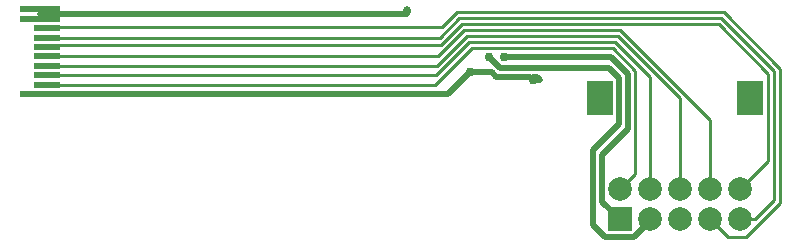
<source format=gbl>
%FSAX25Y25*%
%MOIN*%
G70*
G01*
G75*
G04 Layer_Physical_Order=2*
G04 Layer_Color=16711680*
%ADD10R,0.13780X0.02362*%
%ADD11R,0.10236X0.02362*%
%ADD12R,0.08661X0.02362*%
%ADD13R,0.03543X0.07874*%
%ADD14C,0.02000*%
%ADD15R,0.07874X0.07874*%
%ADD16C,0.07874*%
%ADD17R,0.08661X0.11811*%
%ADD18C,0.03000*%
%ADD19C,0.01000*%
D10*
X0074500Y0237114D02*
D03*
Y0262311D02*
D03*
Y0265461D02*
D03*
D12*
X0077059Y0240264D02*
D03*
Y0243413D02*
D03*
Y0249713D02*
D03*
Y0246563D02*
D03*
Y0252862D02*
D03*
Y0259161D02*
D03*
Y0256012D02*
D03*
D14*
X0210539Y0237114D02*
X0217839Y0244413D01*
X0074500Y0237114D02*
X0210539D01*
X0227889Y0245913D02*
X0264206D01*
X0224389Y0249413D02*
X0227889Y0245913D01*
X0261902Y0201350D02*
Y0216976D01*
X0258902Y0193648D02*
Y0210913D01*
X0258839Y0210976D02*
Y0218413D01*
Y0210976D02*
X0258902Y0210913D01*
X0258839Y0218413D02*
X0267472Y0227047D01*
X0270472Y0225547D02*
Y0243890D01*
X0261902Y0216976D02*
X0270472Y0225547D01*
X0074500Y0263913D02*
X0196839D01*
X0272604Y0189476D02*
X0277839Y0194711D01*
X0263073Y0189476D02*
X0272604D01*
X0258902Y0193648D02*
X0263073Y0189476D01*
X0277839Y0194711D02*
Y0195413D01*
X0261902Y0201350D02*
X0267839Y0195413D01*
X0196839Y0263913D02*
Y0265413D01*
Y0264913D02*
Y0265413D01*
X0224339Y0249413D02*
X0224389D01*
X0267472Y0227047D02*
Y0242647D01*
X0264949Y0249413D02*
X0270472Y0243890D01*
X0229339Y0249413D02*
X0264949D01*
X0238839Y0241913D02*
X0241339D01*
X0240339Y0242913D02*
X0241339Y0241913D01*
X0264206Y0245913D02*
X0267472Y0242647D01*
X0217839Y0244413D02*
X0225146D01*
X0226646Y0242913D01*
X0237839D01*
X0238839D02*
X0240339D01*
D15*
X0267839Y0195413D02*
D03*
D16*
X0277839D02*
D03*
X0267839Y0205413D02*
D03*
X0277839D02*
D03*
X0297839Y0195413D02*
D03*
X0287839D02*
D03*
X0307839D02*
D03*
X0297839Y0205413D02*
D03*
X0287839D02*
D03*
X0307839D02*
D03*
D17*
X0261142Y0235913D02*
D03*
X0311339D02*
D03*
D18*
X0196839Y0264913D02*
D03*
X0224339Y0249413D02*
D03*
X0229339D02*
D03*
X0217839Y0244413D02*
D03*
X0238839Y0241913D02*
D03*
D19*
X0213540Y0264413D02*
X0302495D01*
X0208540Y0259413D02*
X0213540Y0264413D01*
X0214368Y0262413D02*
X0301667D01*
X0207966Y0256012D02*
X0214368Y0262413D01*
X0215196Y0260413D02*
X0300839D01*
X0208196Y0253413D02*
X0215196Y0260413D01*
X0216025Y0258413D02*
X0267970D01*
X0207324Y0249713D02*
X0216025Y0258413D01*
X0216853Y0256413D02*
X0267141D01*
X0207003Y0246563D02*
X0216853Y0256413D01*
X0217682Y0254413D02*
X0266313D01*
X0206682Y0243413D02*
X0217682Y0254413D01*
X0218510Y0252413D02*
X0265484D01*
X0206361Y0240264D02*
X0218510Y0252413D01*
X0077311Y0259413D02*
X0208540D01*
X0077059Y0256012D02*
X0207966D01*
X0077610Y0253413D02*
X0208196D01*
X0077059Y0249713D02*
X0207324D01*
X0077059Y0246563D02*
X0207003D01*
X0077059Y0243413D02*
X0206682D01*
X0077059Y0240264D02*
X0206361D01*
X0309839Y0189413D02*
X0321339Y0200913D01*
X0319339Y0201913D02*
Y0244742D01*
X0312839Y0195413D02*
X0319339Y0201913D01*
X0321339Y0200913D02*
Y0245570D01*
X0301667Y0262413D02*
X0319339Y0244742D01*
X0302495Y0264413D02*
X0321339Y0245570D01*
X0297839Y0205413D02*
Y0228545D01*
X0287839Y0205413D02*
Y0235716D01*
X0277839Y0205413D02*
Y0242888D01*
X0267839Y0205413D02*
X0272972Y0210547D01*
Y0244925D01*
X0077059Y0259161D02*
X0077311Y0259413D01*
X0317339Y0214913D02*
Y0243913D01*
X0307839Y0205413D02*
X0317339Y0214913D01*
X0303839Y0189413D02*
X0309839D01*
X0310339Y0195413D02*
X0312839D01*
X0297839D02*
X0303839Y0189413D01*
X0077059Y0252862D02*
X0077610Y0253413D01*
X0300839Y0260413D02*
X0317339Y0243913D01*
X0267970Y0258413D02*
X0297839Y0228545D01*
X0267141Y0256413D02*
X0287839Y0235716D01*
X0266313Y0254413D02*
X0277839Y0242888D01*
X0265484Y0252413D02*
X0272972Y0244925D01*
M02*

</source>
